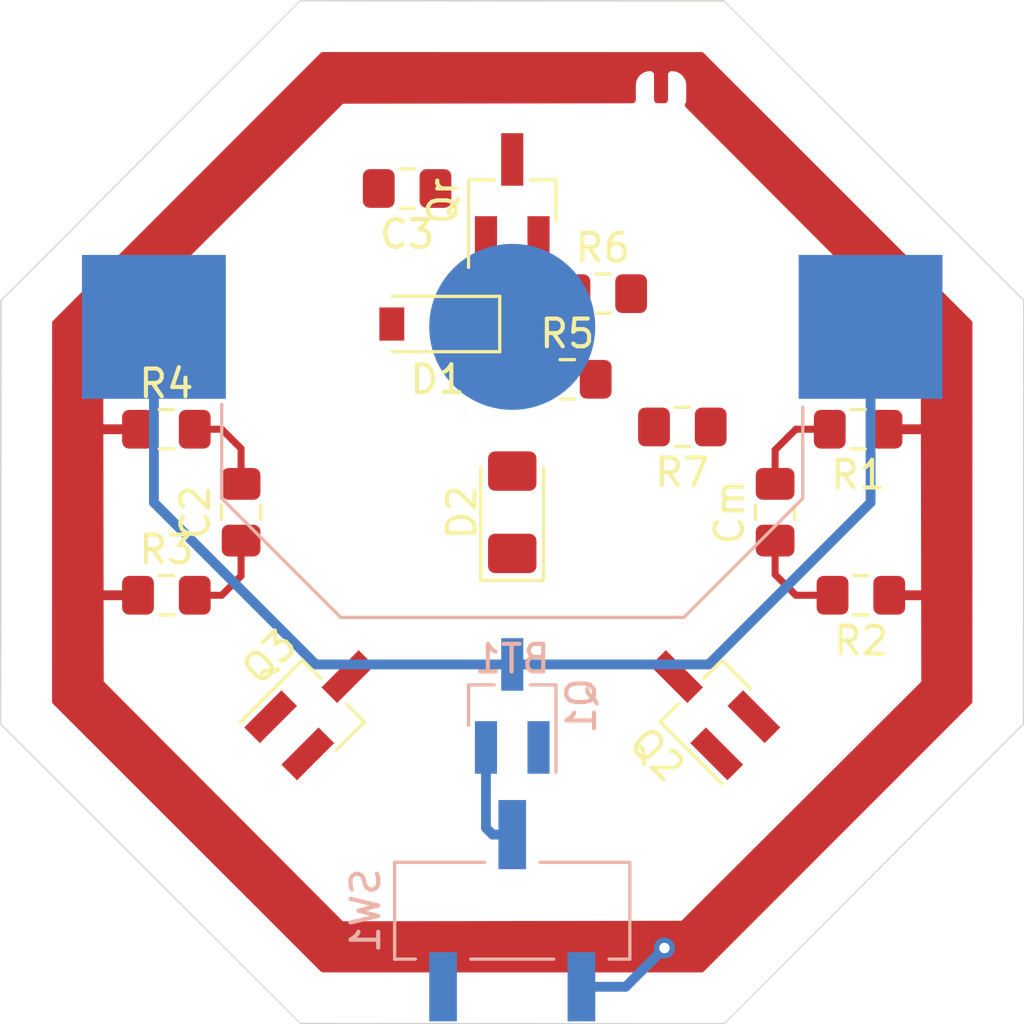
<source format=kicad_pcb>
(kicad_pcb (version 20171130) (host pcbnew "(5.1.4)-1")

  (general
    (thickness 1.6)
    (drawings 8)
    (tracks 32)
    (zones 0)
    (modules 18)
    (nets 14)
  )

  (page A4)
  (layers
    (0 F.Cu signal)
    (31 B.Cu signal hide)
    (32 B.Adhes user)
    (33 F.Adhes user)
    (34 B.Paste user)
    (35 F.Paste user)
    (36 B.SilkS user)
    (37 F.SilkS user)
    (38 B.Mask user)
    (39 F.Mask user)
    (40 Dwgs.User user)
    (41 Cmts.User user)
    (42 Eco1.User user)
    (43 Eco2.User user)
    (44 Edge.Cuts user)
    (45 Margin user)
    (46 B.CrtYd user)
    (47 F.CrtYd user)
    (48 B.Fab user)
    (49 F.Fab user)
  )

  (setup
    (last_trace_width 0.254)
    (trace_clearance 0.254)
    (zone_clearance 0.508)
    (zone_45_only no)
    (trace_min 0.1524)
    (via_size 0.762)
    (via_drill 0.381)
    (via_min_size 0.508)
    (via_min_drill 0.254)
    (uvia_size 0.762)
    (uvia_drill 0.381)
    (uvias_allowed no)
    (uvia_min_size 0.508)
    (uvia_min_drill 0.254)
    (edge_width 0.05)
    (segment_width 0.2)
    (pcb_text_width 0.3)
    (pcb_text_size 1.5 1.5)
    (mod_edge_width 0.12)
    (mod_text_size 1 1)
    (mod_text_width 0.15)
    (pad_size 1.524 1.524)
    (pad_drill 0.762)
    (pad_to_mask_clearance 0.0508)
    (solder_mask_min_width 0.1016)
    (aux_axis_origin 0 0)
    (visible_elements 7FFEFFFF)
    (pcbplotparams
      (layerselection 0x010fc_ffffffff)
      (usegerberextensions false)
      (usegerberattributes false)
      (usegerberadvancedattributes false)
      (creategerberjobfile false)
      (excludeedgelayer true)
      (linewidth 0.100000)
      (plotframeref false)
      (viasonmask false)
      (mode 1)
      (useauxorigin false)
      (hpglpennumber 1)
      (hpglpenspeed 20)
      (hpglpendiameter 15.000000)
      (psnegative false)
      (psa4output false)
      (plotreference true)
      (plotvalue true)
      (plotinvisibletext false)
      (padsonsilk false)
      (subtractmaskfromsilk false)
      (outputformat 1)
      (mirror false)
      (drillshape 1)
      (scaleselection 1)
      (outputdirectory ""))
  )

  (net 0 "")
  (net 1 GND)
  (net 2 "Net-(BT1-Pad1)")
  (net 3 "Net-(C1-Pad1)")
  (net 4 "Net-(C1-Pad2)")
  (net 5 "Net-(C2-Pad2)")
  (net 6 "Net-(C2-Pad1)")
  (net 7 "Net-(C3-Pad2)")
  (net 8 "Net-(D1-Pad1)")
  (net 9 "Net-(D2-Pad2)")
  (net 10 "Net-(Q1-Pad2)")
  (net 11 "Net-(Q4-Pad2)")
  (net 12 +3V0)
  (net 13 "Net-(SW1-Pad3)")

  (net_class Default "This is the default net class."
    (clearance 0.254)
    (trace_width 0.254)
    (via_dia 0.762)
    (via_drill 0.381)
    (uvia_dia 0.762)
    (uvia_drill 0.381)
    (add_net "Net-(C1-Pad1)")
    (add_net "Net-(C1-Pad2)")
    (add_net "Net-(C2-Pad1)")
    (add_net "Net-(C2-Pad2)")
    (add_net "Net-(C3-Pad2)")
    (add_net "Net-(D1-Pad1)")
    (add_net "Net-(D2-Pad2)")
    (add_net "Net-(Q4-Pad2)")
  )

  (net_class Power ""
    (clearance 0.3556)
    (trace_width 0.3556)
    (via_dia 0.762)
    (via_drill 0.381)
    (uvia_dia 0.762)
    (uvia_drill 0.381)
    (add_net +3V0)
    (add_net GND)
    (add_net "Net-(BT1-Pad1)")
    (add_net "Net-(Q1-Pad2)")
    (add_net "Net-(SW1-Pad3)")
  )

  (module Capacitor_SMD:C_0805_2012Metric_Pad1.15x1.40mm_HandSolder (layer F.Cu) (tedit 5B36C52B) (tstamp 5D59F6FC)
    (at 90.2 100.000001 90)
    (descr "Capacitor SMD 0805 (2012 Metric), square (rectangular) end terminal, IPC_7351 nominal with elongated pad for handsoldering. (Body size source: https://docs.google.com/spreadsheets/d/1BsfQQcO9C6DZCsRaXUlFlo91Tg2WpOkGARC1WS5S8t0/edit?usp=sharing), generated with kicad-footprint-generator")
    (tags "capacitor handsolder")
    (path /5D659694)
    (attr smd)
    (fp_text reference C2 (at 0 -1.65 90) (layer F.SilkS)
      (effects (font (size 1 1) (thickness 0.15)))
    )
    (fp_text value 10uF (at 0 1.65 90) (layer F.Fab)
      (effects (font (size 1 1) (thickness 0.15)))
    )
    (fp_text user %R (at 0 0 90) (layer F.Fab)
      (effects (font (size 0.5 0.5) (thickness 0.08)))
    )
    (fp_line (start 1.85 0.95) (end -1.85 0.95) (layer F.CrtYd) (width 0.05))
    (fp_line (start 1.85 -0.95) (end 1.85 0.95) (layer F.CrtYd) (width 0.05))
    (fp_line (start -1.85 -0.95) (end 1.85 -0.95) (layer F.CrtYd) (width 0.05))
    (fp_line (start -1.85 0.95) (end -1.85 -0.95) (layer F.CrtYd) (width 0.05))
    (fp_line (start -0.261252 0.71) (end 0.261252 0.71) (layer F.SilkS) (width 0.12))
    (fp_line (start -0.261252 -0.71) (end 0.261252 -0.71) (layer F.SilkS) (width 0.12))
    (fp_line (start 1 0.6) (end -1 0.6) (layer F.Fab) (width 0.1))
    (fp_line (start 1 -0.6) (end 1 0.6) (layer F.Fab) (width 0.1))
    (fp_line (start -1 -0.6) (end 1 -0.6) (layer F.Fab) (width 0.1))
    (fp_line (start -1 0.6) (end -1 -0.6) (layer F.Fab) (width 0.1))
    (pad 2 smd roundrect (at 1.025 0 90) (size 1.15 1.4) (layers F.Cu F.Paste F.Mask) (roundrect_rratio 0.217391)
      (net 5 "Net-(C2-Pad2)"))
    (pad 1 smd roundrect (at -1.025 0 90) (size 1.15 1.4) (layers F.Cu F.Paste F.Mask) (roundrect_rratio 0.217391)
      (net 6 "Net-(C2-Pad1)"))
    (model ${KISYS3DMOD}/Capacitor_SMD.3dshapes/C_0805_2012Metric.wrl
      (at (xyz 0 0 0))
      (scale (xyz 1 1 1))
      (rotate (xyz 0 0 0))
    )
  )

  (module breathingLED:CoincellHolder (layer B.Cu) (tedit 5D59B255) (tstamp 5D59DD2F)
    (at 100 93.3)
    (path /5D64DB58)
    (autoplace_cost180 1)
    (attr virtual)
    (fp_text reference BT1 (at 0 12) (layer B.SilkS)
      (effects (font (size 1 1) (thickness 0.15)) (justify mirror))
    )
    (fp_text value Battery_Cell (at 0 -11.5) (layer B.Fab)
      (effects (font (size 1 1) (thickness 0.15)) (justify mirror))
    )
    (fp_circle (center 0 0) (end 10 0) (layer B.Fab) (width 0.12))
    (fp_line (start -6.2 10.45) (end 6.2 10.45) (layer B.Fab) (width 0.12))
    (fp_line (start 6.2 10.45) (end 10.45 6.2) (layer B.Fab) (width 0.12))
    (fp_line (start 10.45 6.2) (end 10.45 -8.4) (layer B.Fab) (width 0.12))
    (fp_line (start 10.4 -8.4) (end -10.4 -8.4) (layer B.Fab) (width 0.12))
    (fp_line (start -10.45 -8.4) (end -10.45 6.2) (layer B.Fab) (width 0.12))
    (fp_line (start -10.45 6.2) (end -6.2 10.45) (layer B.Fab) (width 0.12))
    (fp_line (start -10.5 2.8) (end -10.5 6.2) (layer B.SilkS) (width 0.12))
    (fp_line (start -10.5 6.2) (end -6.2 10.5) (layer B.SilkS) (width 0.12))
    (fp_line (start -6.2 10.5) (end 6.2 10.5) (layer B.SilkS) (width 0.12))
    (fp_line (start 6.2 10.5) (end 10.5 6.2) (layer B.SilkS) (width 0.12))
    (fp_line (start 10.5 6.2) (end 10.5 2.9) (layer B.SilkS) (width 0.12))
    (pad 2 smd circle (at 0 0) (size 6 6) (layers B.Cu B.Paste B.Mask)
      (net 1 GND))
    (pad 1 smd rect (at -12.95 0) (size 5.2 5.2) (layers B.Cu B.Paste B.Mask)
      (net 2 "Net-(BT1-Pad1)"))
    (pad 1 smd rect (at 12.95 0) (size 5.2 5.2) (layers B.Cu B.Paste B.Mask)
      (net 2 "Net-(BT1-Pad1)"))
  )

  (module Capacitor_SMD:C_0805_2012Metric_Pad1.15x1.40mm_HandSolder (layer F.Cu) (tedit 5B36C52B) (tstamp 5D59F762)
    (at 109.5 100 90)
    (descr "Capacitor SMD 0805 (2012 Metric), square (rectangular) end terminal, IPC_7351 nominal with elongated pad for handsoldering. (Body size source: https://docs.google.com/spreadsheets/d/1BsfQQcO9C6DZCsRaXUlFlo91Tg2WpOkGARC1WS5S8t0/edit?usp=sharing), generated with kicad-footprint-generator")
    (tags "capacitor handsolder")
    (path /5D658D75)
    (attr smd)
    (fp_text reference Cm (at 0 -1.65 90) (layer F.SilkS)
      (effects (font (size 1 1) (thickness 0.15)))
    )
    (fp_text value 10uF (at 0 1.65 90) (layer F.Fab)
      (effects (font (size 1 1) (thickness 0.15)))
    )
    (fp_line (start -1 0.6) (end -1 -0.6) (layer F.Fab) (width 0.1))
    (fp_line (start -1 -0.6) (end 1 -0.6) (layer F.Fab) (width 0.1))
    (fp_line (start 1 -0.6) (end 1 0.6) (layer F.Fab) (width 0.1))
    (fp_line (start 1 0.6) (end -1 0.6) (layer F.Fab) (width 0.1))
    (fp_line (start -0.261252 -0.71) (end 0.261252 -0.71) (layer F.SilkS) (width 0.12))
    (fp_line (start -0.261252 0.71) (end 0.261252 0.71) (layer F.SilkS) (width 0.12))
    (fp_line (start -1.85 0.95) (end -1.85 -0.95) (layer F.CrtYd) (width 0.05))
    (fp_line (start -1.85 -0.95) (end 1.85 -0.95) (layer F.CrtYd) (width 0.05))
    (fp_line (start 1.85 -0.95) (end 1.85 0.95) (layer F.CrtYd) (width 0.05))
    (fp_line (start 1.85 0.95) (end -1.85 0.95) (layer F.CrtYd) (width 0.05))
    (fp_text user %R (at 0 0 90) (layer F.Fab)
      (effects (font (size 0.5 0.5) (thickness 0.08)))
    )
    (pad 1 smd roundrect (at -1.025 0 90) (size 1.15 1.4) (layers F.Cu F.Paste F.Mask) (roundrect_rratio 0.217391)
      (net 3 "Net-(C1-Pad1)"))
    (pad 2 smd roundrect (at 1.025 0 90) (size 1.15 1.4) (layers F.Cu F.Paste F.Mask) (roundrect_rratio 0.217391)
      (net 4 "Net-(C1-Pad2)"))
    (model ${KISYS3DMOD}/Capacitor_SMD.3dshapes/C_0805_2012Metric.wrl
      (at (xyz 0 0 0))
      (scale (xyz 1 1 1))
      (rotate (xyz 0 0 0))
    )
  )

  (module Capacitor_SMD:C_0805_2012Metric_Pad1.15x1.40mm_HandSolder (layer F.Cu) (tedit 5B36C52B) (tstamp 5D59F792)
    (at 96.2 88.3 180)
    (descr "Capacitor SMD 0805 (2012 Metric), square (rectangular) end terminal, IPC_7351 nominal with elongated pad for handsoldering. (Body size source: https://docs.google.com/spreadsheets/d/1BsfQQcO9C6DZCsRaXUlFlo91Tg2WpOkGARC1WS5S8t0/edit?usp=sharing), generated with kicad-footprint-generator")
    (tags "capacitor handsolder")
    (path /5D65DDCE)
    (attr smd)
    (fp_text reference C3 (at 0 -1.65) (layer F.SilkS)
      (effects (font (size 1 1) (thickness 0.15)))
    )
    (fp_text value 10uF (at 0 1.65) (layer F.Fab)
      (effects (font (size 1 1) (thickness 0.15)))
    )
    (fp_line (start -1 0.6) (end -1 -0.6) (layer F.Fab) (width 0.1))
    (fp_line (start -1 -0.6) (end 1 -0.6) (layer F.Fab) (width 0.1))
    (fp_line (start 1 -0.6) (end 1 0.6) (layer F.Fab) (width 0.1))
    (fp_line (start 1 0.6) (end -1 0.6) (layer F.Fab) (width 0.1))
    (fp_line (start -0.261252 -0.71) (end 0.261252 -0.71) (layer F.SilkS) (width 0.12))
    (fp_line (start -0.261252 0.71) (end 0.261252 0.71) (layer F.SilkS) (width 0.12))
    (fp_line (start -1.85 0.95) (end -1.85 -0.95) (layer F.CrtYd) (width 0.05))
    (fp_line (start -1.85 -0.95) (end 1.85 -0.95) (layer F.CrtYd) (width 0.05))
    (fp_line (start 1.85 -0.95) (end 1.85 0.95) (layer F.CrtYd) (width 0.05))
    (fp_line (start 1.85 0.95) (end -1.85 0.95) (layer F.CrtYd) (width 0.05))
    (fp_text user %R (at 0 0) (layer F.Fab)
      (effects (font (size 0.5 0.5) (thickness 0.08)))
    )
    (pad 1 smd roundrect (at -1.025 0 180) (size 1.15 1.4) (layers F.Cu F.Paste F.Mask) (roundrect_rratio 0.217391)
      (net 1 GND))
    (pad 2 smd roundrect (at 1.025 0 180) (size 1.15 1.4) (layers F.Cu F.Paste F.Mask) (roundrect_rratio 0.217391)
      (net 7 "Net-(C3-Pad2)"))
    (model ${KISYS3DMOD}/Capacitor_SMD.3dshapes/C_0805_2012Metric.wrl
      (at (xyz 0 0 0))
      (scale (xyz 1 1 1))
      (rotate (xyz 0 0 0))
    )
  )

  (module Diode_SMD:D_SOD-123 (layer F.Cu) (tedit 58645DC7) (tstamp 5D59F6BC)
    (at 97.297302 93.197947 180)
    (descr SOD-123)
    (tags SOD-123)
    (path /5D66455D)
    (attr smd)
    (fp_text reference D1 (at 0 -2) (layer F.SilkS)
      (effects (font (size 1 1) (thickness 0.15)))
    )
    (fp_text value 1N4148 (at 0 2.1) (layer F.Fab)
      (effects (font (size 1 1) (thickness 0.15)))
    )
    (fp_text user %R (at 0 -2) (layer F.Fab)
      (effects (font (size 1 1) (thickness 0.15)))
    )
    (fp_line (start -2.25 -1) (end -2.25 1) (layer F.SilkS) (width 0.12))
    (fp_line (start 0.25 0) (end 0.75 0) (layer F.Fab) (width 0.1))
    (fp_line (start 0.25 0.4) (end -0.35 0) (layer F.Fab) (width 0.1))
    (fp_line (start 0.25 -0.4) (end 0.25 0.4) (layer F.Fab) (width 0.1))
    (fp_line (start -0.35 0) (end 0.25 -0.4) (layer F.Fab) (width 0.1))
    (fp_line (start -0.35 0) (end -0.35 0.55) (layer F.Fab) (width 0.1))
    (fp_line (start -0.35 0) (end -0.35 -0.55) (layer F.Fab) (width 0.1))
    (fp_line (start -0.75 0) (end -0.35 0) (layer F.Fab) (width 0.1))
    (fp_line (start -1.4 0.9) (end -1.4 -0.9) (layer F.Fab) (width 0.1))
    (fp_line (start 1.4 0.9) (end -1.4 0.9) (layer F.Fab) (width 0.1))
    (fp_line (start 1.4 -0.9) (end 1.4 0.9) (layer F.Fab) (width 0.1))
    (fp_line (start -1.4 -0.9) (end 1.4 -0.9) (layer F.Fab) (width 0.1))
    (fp_line (start -2.35 -1.15) (end 2.35 -1.15) (layer F.CrtYd) (width 0.05))
    (fp_line (start 2.35 -1.15) (end 2.35 1.15) (layer F.CrtYd) (width 0.05))
    (fp_line (start 2.35 1.15) (end -2.35 1.15) (layer F.CrtYd) (width 0.05))
    (fp_line (start -2.35 -1.15) (end -2.35 1.15) (layer F.CrtYd) (width 0.05))
    (fp_line (start -2.25 1) (end 1.65 1) (layer F.SilkS) (width 0.12))
    (fp_line (start -2.25 -1) (end 1.65 -1) (layer F.SilkS) (width 0.12))
    (pad 1 smd rect (at -1.65 0 180) (size 0.9 1.2) (layers F.Cu F.Paste F.Mask)
      (net 8 "Net-(D1-Pad1)"))
    (pad 2 smd rect (at 1.65 0 180) (size 0.9 1.2) (layers F.Cu F.Paste F.Mask)
      (net 5 "Net-(C2-Pad2)"))
    (model ${KISYS3DMOD}/Diode_SMD.3dshapes/D_SOD-123.wrl
      (at (xyz 0 0 0))
      (scale (xyz 1 1 1))
      (rotate (xyz 0 0 0))
    )
  )

  (module LED_SMD:LED_1206_3216Metric_Pad1.42x1.75mm_HandSolder (layer F.Cu) (tedit 5B4B45C9) (tstamp 5D59F72E)
    (at 100 100 90)
    (descr "LED SMD 1206 (3216 Metric), square (rectangular) end terminal, IPC_7351 nominal, (Body size source: http://www.tortai-tech.com/upload/download/2011102023233369053.pdf), generated with kicad-footprint-generator")
    (tags "LED handsolder")
    (path /5D66BF44)
    (attr smd)
    (fp_text reference D2 (at 0 -1.82 90) (layer F.SilkS)
      (effects (font (size 1 1) (thickness 0.15)))
    )
    (fp_text value GREEN (at 0 1.82 90) (layer F.Fab)
      (effects (font (size 1 1) (thickness 0.15)))
    )
    (fp_line (start 1.6 -0.8) (end -1.2 -0.8) (layer F.Fab) (width 0.1))
    (fp_line (start -1.2 -0.8) (end -1.6 -0.4) (layer F.Fab) (width 0.1))
    (fp_line (start -1.6 -0.4) (end -1.6 0.8) (layer F.Fab) (width 0.1))
    (fp_line (start -1.6 0.8) (end 1.6 0.8) (layer F.Fab) (width 0.1))
    (fp_line (start 1.6 0.8) (end 1.6 -0.8) (layer F.Fab) (width 0.1))
    (fp_line (start 1.6 -1.135) (end -2.46 -1.135) (layer F.SilkS) (width 0.12))
    (fp_line (start -2.46 -1.135) (end -2.46 1.135) (layer F.SilkS) (width 0.12))
    (fp_line (start -2.46 1.135) (end 1.6 1.135) (layer F.SilkS) (width 0.12))
    (fp_line (start -2.45 1.12) (end -2.45 -1.12) (layer F.CrtYd) (width 0.05))
    (fp_line (start -2.45 -1.12) (end 2.45 -1.12) (layer F.CrtYd) (width 0.05))
    (fp_line (start 2.45 -1.12) (end 2.45 1.12) (layer F.CrtYd) (width 0.05))
    (fp_line (start 2.45 1.12) (end -2.45 1.12) (layer F.CrtYd) (width 0.05))
    (fp_text user %R (at 0 0 90) (layer F.Fab)
      (effects (font (size 0.8 0.8) (thickness 0.12)))
    )
    (pad 1 smd roundrect (at -1.4875 0 90) (size 1.425 1.75) (layers F.Cu F.Paste F.Mask) (roundrect_rratio 0.175439)
      (net 1 GND))
    (pad 2 smd roundrect (at 1.4875 0 90) (size 1.425 1.75) (layers F.Cu F.Paste F.Mask) (roundrect_rratio 0.175439)
      (net 9 "Net-(D2-Pad2)"))
    (model ${KISYS3DMOD}/LED_SMD.3dshapes/LED_1206_3216Metric.wrl
      (at (xyz 0 0 0))
      (scale (xyz 1 1 1))
      (rotate (xyz 0 0 0))
    )
  )

  (module Package_TO_SOT_SMD:SOT-23_Handsoldering (layer B.Cu) (tedit 5A0AB76C) (tstamp 5D59DDA3)
    (at 100 107 90)
    (descr "SOT-23, Handsoldering")
    (tags SOT-23)
    (path /5D59C60A)
    (attr smd)
    (fp_text reference Q1 (at 0 2.5 270) (layer B.SilkS)
      (effects (font (size 1 1) (thickness 0.15)) (justify mirror))
    )
    (fp_text value Q_PMOS_GSD (at 0 -2.5 270) (layer B.Fab)
      (effects (font (size 1 1) (thickness 0.15)) (justify mirror))
    )
    (fp_line (start 0.76 -1.58) (end -0.7 -1.58) (layer B.SilkS) (width 0.12))
    (fp_line (start -0.7 -1.52) (end 0.7 -1.52) (layer B.Fab) (width 0.1))
    (fp_line (start 0.7 1.52) (end 0.7 -1.52) (layer B.Fab) (width 0.1))
    (fp_line (start -0.7 0.95) (end -0.15 1.52) (layer B.Fab) (width 0.1))
    (fp_line (start -0.15 1.52) (end 0.7 1.52) (layer B.Fab) (width 0.1))
    (fp_line (start -0.7 0.95) (end -0.7 -1.5) (layer B.Fab) (width 0.1))
    (fp_line (start 0.76 1.58) (end -2.4 1.58) (layer B.SilkS) (width 0.12))
    (fp_line (start -2.7 -1.75) (end -2.7 1.75) (layer B.CrtYd) (width 0.05))
    (fp_line (start 2.7 -1.75) (end -2.7 -1.75) (layer B.CrtYd) (width 0.05))
    (fp_line (start 2.7 1.75) (end 2.7 -1.75) (layer B.CrtYd) (width 0.05))
    (fp_line (start -2.7 1.75) (end 2.7 1.75) (layer B.CrtYd) (width 0.05))
    (fp_line (start 0.76 1.58) (end 0.76 0.65) (layer B.SilkS) (width 0.12))
    (fp_line (start 0.76 -1.58) (end 0.76 -0.65) (layer B.SilkS) (width 0.12))
    (fp_text user %R (at 0 0) (layer B.Fab)
      (effects (font (size 0.5 0.5) (thickness 0.075)) (justify mirror))
    )
    (pad 3 smd rect (at 1.5 0 90) (size 1.9 0.8) (layers B.Cu B.Paste B.Mask)
      (net 2 "Net-(BT1-Pad1)"))
    (pad 2 smd rect (at -1.5 -0.95 90) (size 1.9 0.8) (layers B.Cu B.Paste B.Mask)
      (net 10 "Net-(Q1-Pad2)"))
    (pad 1 smd rect (at -1.5 0.95 90) (size 1.9 0.8) (layers B.Cu B.Paste B.Mask)
      (net 1 GND))
    (model ${KISYS3DMOD}/Package_TO_SOT_SMD.3dshapes/SOT-23.wrl
      (at (xyz 0 0 0))
      (scale (xyz 1 1 1))
      (rotate (xyz 0 0 0))
    )
  )

  (module Package_TO_SOT_SMD:SOT-23_Handsoldering (layer F.Cu) (tedit 5A0AB76C) (tstamp 5D59F5D4)
    (at 107 107 135)
    (descr "SOT-23, Handsoldering")
    (tags SOT-23)
    (path /5D5B1361)
    (attr smd)
    (fp_text reference Q2 (at 0 -2.5 135) (layer F.SilkS)
      (effects (font (size 1 1) (thickness 0.15)))
    )
    (fp_text value BC847BLT1G (at 0 2.5 135) (layer F.Fab)
      (effects (font (size 1 1) (thickness 0.15)))
    )
    (fp_text user %R (at 0 0 45) (layer F.Fab)
      (effects (font (size 0.5 0.5) (thickness 0.075)))
    )
    (fp_line (start 0.76 1.58) (end 0.76 0.65) (layer F.SilkS) (width 0.12))
    (fp_line (start 0.76 -1.58) (end 0.76 -0.65) (layer F.SilkS) (width 0.12))
    (fp_line (start -2.7 -1.75) (end 2.7 -1.75) (layer F.CrtYd) (width 0.05))
    (fp_line (start 2.7 -1.75) (end 2.7 1.75) (layer F.CrtYd) (width 0.05))
    (fp_line (start 2.7 1.75) (end -2.7 1.75) (layer F.CrtYd) (width 0.05))
    (fp_line (start -2.7 1.75) (end -2.7 -1.75) (layer F.CrtYd) (width 0.05))
    (fp_line (start 0.76 -1.58) (end -2.4 -1.58) (layer F.SilkS) (width 0.12))
    (fp_line (start -0.7 -0.95) (end -0.7 1.5) (layer F.Fab) (width 0.1))
    (fp_line (start -0.15 -1.52) (end 0.7 -1.52) (layer F.Fab) (width 0.1))
    (fp_line (start -0.7 -0.95) (end -0.15 -1.52) (layer F.Fab) (width 0.1))
    (fp_line (start 0.7 -1.52) (end 0.7 1.52) (layer F.Fab) (width 0.1))
    (fp_line (start -0.7 1.52) (end 0.7 1.52) (layer F.Fab) (width 0.1))
    (fp_line (start 0.76 1.58) (end -0.7 1.58) (layer F.SilkS) (width 0.12))
    (pad 1 smd rect (at -1.5 -0.95 135) (size 1.9 0.8) (layers F.Cu F.Paste F.Mask)
      (net 6 "Net-(C2-Pad1)"))
    (pad 2 smd rect (at -1.5 0.95 135) (size 1.9 0.8) (layers F.Cu F.Paste F.Mask)
      (net 1 GND))
    (pad 3 smd rect (at 1.5 0 135) (size 1.9 0.8) (layers F.Cu F.Paste F.Mask)
      (net 4 "Net-(C1-Pad2)"))
    (model ${KISYS3DMOD}/Package_TO_SOT_SMD.3dshapes/SOT-23.wrl
      (at (xyz 0 0 0))
      (scale (xyz 1 1 1))
      (rotate (xyz 0 0 0))
    )
  )

  (module Package_TO_SOT_SMD:SOT-23_Handsoldering (layer F.Cu) (tedit 5A0AB76C) (tstamp 5D59F67C)
    (at 93 107 45)
    (descr "SOT-23, Handsoldering")
    (tags SOT-23)
    (path /5D5B3A87)
    (attr smd)
    (fp_text reference Q3 (at 0 -2.5 45) (layer F.SilkS)
      (effects (font (size 1 1) (thickness 0.15)))
    )
    (fp_text value BC847BLT1G (at 0 2.5 45) (layer F.Fab)
      (effects (font (size 1 1) (thickness 0.15)))
    )
    (fp_line (start 0.76 1.58) (end -0.7 1.58) (layer F.SilkS) (width 0.12))
    (fp_line (start -0.7 1.52) (end 0.7 1.52) (layer F.Fab) (width 0.1))
    (fp_line (start 0.7 -1.52) (end 0.7 1.52) (layer F.Fab) (width 0.1))
    (fp_line (start -0.7 -0.95) (end -0.15 -1.52) (layer F.Fab) (width 0.1))
    (fp_line (start -0.15 -1.52) (end 0.7 -1.52) (layer F.Fab) (width 0.1))
    (fp_line (start -0.7 -0.95) (end -0.7 1.5) (layer F.Fab) (width 0.1))
    (fp_line (start 0.76 -1.58) (end -2.4 -1.58) (layer F.SilkS) (width 0.12))
    (fp_line (start -2.7 1.75) (end -2.7 -1.75) (layer F.CrtYd) (width 0.05))
    (fp_line (start 2.7 1.75) (end -2.7 1.75) (layer F.CrtYd) (width 0.05))
    (fp_line (start 2.7 -1.75) (end 2.7 1.75) (layer F.CrtYd) (width 0.05))
    (fp_line (start -2.7 -1.75) (end 2.7 -1.75) (layer F.CrtYd) (width 0.05))
    (fp_line (start 0.76 -1.58) (end 0.76 -0.65) (layer F.SilkS) (width 0.12))
    (fp_line (start 0.76 1.58) (end 0.76 0.65) (layer F.SilkS) (width 0.12))
    (fp_text user %R (at 0 0 135) (layer F.Fab)
      (effects (font (size 0.5 0.5) (thickness 0.075)))
    )
    (pad 3 smd rect (at 1.5 0 45) (size 1.9 0.8) (layers F.Cu F.Paste F.Mask)
      (net 5 "Net-(C2-Pad2)"))
    (pad 2 smd rect (at -1.5 0.95 45) (size 1.9 0.8) (layers F.Cu F.Paste F.Mask)
      (net 1 GND))
    (pad 1 smd rect (at -1.5 -0.95 45) (size 1.9 0.8) (layers F.Cu F.Paste F.Mask)
      (net 3 "Net-(C1-Pad1)"))
    (model ${KISYS3DMOD}/Package_TO_SOT_SMD.3dshapes/SOT-23.wrl
      (at (xyz 0 0 0))
      (scale (xyz 1 1 1))
      (rotate (xyz 0 0 0))
    )
  )

  (module Package_TO_SOT_SMD:SOT-23_Handsoldering (layer F.Cu) (tedit 5A0AB76C) (tstamp 5D59F640)
    (at 100 88.75 90)
    (descr "SOT-23, Handsoldering")
    (tags SOT-23)
    (path /5D5B4F5A)
    (attr smd)
    (fp_text reference Qr (at 0 -2.5 90) (layer F.SilkS)
      (effects (font (size 1 1) (thickness 0.15)))
    )
    (fp_text value BC847BLT1G (at 0 2.5 90) (layer F.Fab)
      (effects (font (size 1 1) (thickness 0.15)))
    )
    (fp_text user %R (at 0 0) (layer F.Fab)
      (effects (font (size 0.5 0.5) (thickness 0.075)))
    )
    (fp_line (start 0.76 1.58) (end 0.76 0.65) (layer F.SilkS) (width 0.12))
    (fp_line (start 0.76 -1.58) (end 0.76 -0.65) (layer F.SilkS) (width 0.12))
    (fp_line (start -2.7 -1.75) (end 2.7 -1.75) (layer F.CrtYd) (width 0.05))
    (fp_line (start 2.7 -1.75) (end 2.7 1.75) (layer F.CrtYd) (width 0.05))
    (fp_line (start 2.7 1.75) (end -2.7 1.75) (layer F.CrtYd) (width 0.05))
    (fp_line (start -2.7 1.75) (end -2.7 -1.75) (layer F.CrtYd) (width 0.05))
    (fp_line (start 0.76 -1.58) (end -2.4 -1.58) (layer F.SilkS) (width 0.12))
    (fp_line (start -0.7 -0.95) (end -0.7 1.5) (layer F.Fab) (width 0.1))
    (fp_line (start -0.15 -1.52) (end 0.7 -1.52) (layer F.Fab) (width 0.1))
    (fp_line (start -0.7 -0.95) (end -0.15 -1.52) (layer F.Fab) (width 0.1))
    (fp_line (start 0.7 -1.52) (end 0.7 1.52) (layer F.Fab) (width 0.1))
    (fp_line (start -0.7 1.52) (end 0.7 1.52) (layer F.Fab) (width 0.1))
    (fp_line (start 0.76 1.58) (end -0.7 1.58) (layer F.SilkS) (width 0.12))
    (pad 1 smd rect (at -1.5 -0.95 90) (size 1.9 0.8) (layers F.Cu F.Paste F.Mask)
      (net 7 "Net-(C3-Pad2)"))
    (pad 2 smd rect (at -1.5 0.95 90) (size 1.9 0.8) (layers F.Cu F.Paste F.Mask)
      (net 11 "Net-(Q4-Pad2)"))
    (pad 3 smd rect (at 1.5 0 90) (size 1.9 0.8) (layers F.Cu F.Paste F.Mask)
      (net 12 +3V0))
    (model ${KISYS3DMOD}/Package_TO_SOT_SMD.3dshapes/SOT-23.wrl
      (at (xyz 0 0 0))
      (scale (xyz 1 1 1))
      (rotate (xyz 0 0 0))
    )
  )

  (module Resistor_SMD:R_0805_2012Metric_Pad1.15x1.40mm_HandSolder (layer F.Cu) (tedit 5B36C52B) (tstamp 5D59F60C)
    (at 112.5 97 180)
    (descr "Resistor SMD 0805 (2012 Metric), square (rectangular) end terminal, IPC_7351 nominal with elongated pad for handsoldering. (Body size source: https://docs.google.com/spreadsheets/d/1BsfQQcO9C6DZCsRaXUlFlo91Tg2WpOkGARC1WS5S8t0/edit?usp=sharing), generated with kicad-footprint-generator")
    (tags "resistor handsolder")
    (path /5D65173C)
    (attr smd)
    (fp_text reference R1 (at 0 -1.65) (layer F.SilkS)
      (effects (font (size 1 1) (thickness 0.15)))
    )
    (fp_text value 47k (at 0 1.65) (layer F.Fab)
      (effects (font (size 1 1) (thickness 0.15)))
    )
    (fp_line (start -1 0.6) (end -1 -0.6) (layer F.Fab) (width 0.1))
    (fp_line (start -1 -0.6) (end 1 -0.6) (layer F.Fab) (width 0.1))
    (fp_line (start 1 -0.6) (end 1 0.6) (layer F.Fab) (width 0.1))
    (fp_line (start 1 0.6) (end -1 0.6) (layer F.Fab) (width 0.1))
    (fp_line (start -0.261252 -0.71) (end 0.261252 -0.71) (layer F.SilkS) (width 0.12))
    (fp_line (start -0.261252 0.71) (end 0.261252 0.71) (layer F.SilkS) (width 0.12))
    (fp_line (start -1.85 0.95) (end -1.85 -0.95) (layer F.CrtYd) (width 0.05))
    (fp_line (start -1.85 -0.95) (end 1.85 -0.95) (layer F.CrtYd) (width 0.05))
    (fp_line (start 1.85 -0.95) (end 1.85 0.95) (layer F.CrtYd) (width 0.05))
    (fp_line (start 1.85 0.95) (end -1.85 0.95) (layer F.CrtYd) (width 0.05))
    (fp_text user %R (at 0 0) (layer F.Fab)
      (effects (font (size 0.5 0.5) (thickness 0.08)))
    )
    (pad 1 smd roundrect (at -1.025 0 180) (size 1.15 1.4) (layers F.Cu F.Paste F.Mask) (roundrect_rratio 0.217391)
      (net 12 +3V0))
    (pad 2 smd roundrect (at 1.025 0 180) (size 1.15 1.4) (layers F.Cu F.Paste F.Mask) (roundrect_rratio 0.217391)
      (net 4 "Net-(C1-Pad2)"))
    (model ${KISYS3DMOD}/Resistor_SMD.3dshapes/R_0805_2012Metric.wrl
      (at (xyz 0 0 0))
      (scale (xyz 1 1 1))
      (rotate (xyz 0 0 0))
    )
  )

  (module Resistor_SMD:R_0805_2012Metric_Pad1.15x1.40mm_HandSolder (layer F.Cu) (tedit 5B36C52B) (tstamp 5D59F7C2)
    (at 112.6 103 180)
    (descr "Resistor SMD 0805 (2012 Metric), square (rectangular) end terminal, IPC_7351 nominal with elongated pad for handsoldering. (Body size source: https://docs.google.com/spreadsheets/d/1BsfQQcO9C6DZCsRaXUlFlo91Tg2WpOkGARC1WS5S8t0/edit?usp=sharing), generated with kicad-footprint-generator")
    (tags "resistor handsolder")
    (path /5D65249A)
    (attr smd)
    (fp_text reference R2 (at 0 -1.65) (layer F.SilkS)
      (effects (font (size 1 1) (thickness 0.15)))
    )
    (fp_text value 470k (at 0 1.65) (layer F.Fab)
      (effects (font (size 1 1) (thickness 0.15)))
    )
    (fp_text user %R (at 0 0) (layer F.Fab)
      (effects (font (size 0.5 0.5) (thickness 0.08)))
    )
    (fp_line (start 1.85 0.95) (end -1.85 0.95) (layer F.CrtYd) (width 0.05))
    (fp_line (start 1.85 -0.95) (end 1.85 0.95) (layer F.CrtYd) (width 0.05))
    (fp_line (start -1.85 -0.95) (end 1.85 -0.95) (layer F.CrtYd) (width 0.05))
    (fp_line (start -1.85 0.95) (end -1.85 -0.95) (layer F.CrtYd) (width 0.05))
    (fp_line (start -0.261252 0.71) (end 0.261252 0.71) (layer F.SilkS) (width 0.12))
    (fp_line (start -0.261252 -0.71) (end 0.261252 -0.71) (layer F.SilkS) (width 0.12))
    (fp_line (start 1 0.6) (end -1 0.6) (layer F.Fab) (width 0.1))
    (fp_line (start 1 -0.6) (end 1 0.6) (layer F.Fab) (width 0.1))
    (fp_line (start -1 -0.6) (end 1 -0.6) (layer F.Fab) (width 0.1))
    (fp_line (start -1 0.6) (end -1 -0.6) (layer F.Fab) (width 0.1))
    (pad 2 smd roundrect (at 1.025 0 180) (size 1.15 1.4) (layers F.Cu F.Paste F.Mask) (roundrect_rratio 0.217391)
      (net 3 "Net-(C1-Pad1)"))
    (pad 1 smd roundrect (at -1.025 0 180) (size 1.15 1.4) (layers F.Cu F.Paste F.Mask) (roundrect_rratio 0.217391)
      (net 12 +3V0))
    (model ${KISYS3DMOD}/Resistor_SMD.3dshapes/R_0805_2012Metric.wrl
      (at (xyz 0 0 0))
      (scale (xyz 1 1 1))
      (rotate (xyz 0 0 0))
    )
  )

  (module Resistor_SMD:R_0805_2012Metric_Pad1.15x1.40mm_HandSolder (layer F.Cu) (tedit 5B36C52B) (tstamp 5D5A1C55)
    (at 87.500001 103.000001)
    (descr "Resistor SMD 0805 (2012 Metric), square (rectangular) end terminal, IPC_7351 nominal with elongated pad for handsoldering. (Body size source: https://docs.google.com/spreadsheets/d/1BsfQQcO9C6DZCsRaXUlFlo91Tg2WpOkGARC1WS5S8t0/edit?usp=sharing), generated with kicad-footprint-generator")
    (tags "resistor handsolder")
    (path /5D652825)
    (attr smd)
    (fp_text reference R3 (at 0 -1.65) (layer F.SilkS)
      (effects (font (size 1 1) (thickness 0.15)))
    )
    (fp_text value 470k (at 0 1.65) (layer F.Fab)
      (effects (font (size 1 1) (thickness 0.15)))
    )
    (fp_line (start -1 0.6) (end -1 -0.6) (layer F.Fab) (width 0.1))
    (fp_line (start -1 -0.6) (end 1 -0.6) (layer F.Fab) (width 0.1))
    (fp_line (start 1 -0.6) (end 1 0.6) (layer F.Fab) (width 0.1))
    (fp_line (start 1 0.6) (end -1 0.6) (layer F.Fab) (width 0.1))
    (fp_line (start -0.261252 -0.71) (end 0.261252 -0.71) (layer F.SilkS) (width 0.12))
    (fp_line (start -0.261252 0.71) (end 0.261252 0.71) (layer F.SilkS) (width 0.12))
    (fp_line (start -1.85 0.95) (end -1.85 -0.95) (layer F.CrtYd) (width 0.05))
    (fp_line (start -1.85 -0.95) (end 1.85 -0.95) (layer F.CrtYd) (width 0.05))
    (fp_line (start 1.85 -0.95) (end 1.85 0.95) (layer F.CrtYd) (width 0.05))
    (fp_line (start 1.85 0.95) (end -1.85 0.95) (layer F.CrtYd) (width 0.05))
    (fp_text user %R (at 0 0) (layer F.Fab)
      (effects (font (size 0.5 0.5) (thickness 0.08)))
    )
    (pad 1 smd roundrect (at -1.025 0) (size 1.15 1.4) (layers F.Cu F.Paste F.Mask) (roundrect_rratio 0.217391)
      (net 12 +3V0))
    (pad 2 smd roundrect (at 1.025 0) (size 1.15 1.4) (layers F.Cu F.Paste F.Mask) (roundrect_rratio 0.217391)
      (net 6 "Net-(C2-Pad1)"))
    (model ${KISYS3DMOD}/Resistor_SMD.3dshapes/R_0805_2012Metric.wrl
      (at (xyz 0 0 0))
      (scale (xyz 1 1 1))
      (rotate (xyz 0 0 0))
    )
  )

  (module Resistor_SMD:R_0805_2012Metric_Pad1.15x1.40mm_HandSolder (layer F.Cu) (tedit 5B36C52B) (tstamp 5D59F7F2)
    (at 87.500001 96.999999)
    (descr "Resistor SMD 0805 (2012 Metric), square (rectangular) end terminal, IPC_7351 nominal with elongated pad for handsoldering. (Body size source: https://docs.google.com/spreadsheets/d/1BsfQQcO9C6DZCsRaXUlFlo91Tg2WpOkGARC1WS5S8t0/edit?usp=sharing), generated with kicad-footprint-generator")
    (tags "resistor handsolder")
    (path /5D652B3F)
    (attr smd)
    (fp_text reference R4 (at 0 -1.65) (layer F.SilkS)
      (effects (font (size 1 1) (thickness 0.15)))
    )
    (fp_text value 47k (at 0 1.65) (layer F.Fab)
      (effects (font (size 1 1) (thickness 0.15)))
    )
    (fp_text user %R (at 0 0) (layer F.Fab)
      (effects (font (size 0.5 0.5) (thickness 0.08)))
    )
    (fp_line (start 1.85 0.95) (end -1.85 0.95) (layer F.CrtYd) (width 0.05))
    (fp_line (start 1.85 -0.95) (end 1.85 0.95) (layer F.CrtYd) (width 0.05))
    (fp_line (start -1.85 -0.95) (end 1.85 -0.95) (layer F.CrtYd) (width 0.05))
    (fp_line (start -1.85 0.95) (end -1.85 -0.95) (layer F.CrtYd) (width 0.05))
    (fp_line (start -0.261252 0.71) (end 0.261252 0.71) (layer F.SilkS) (width 0.12))
    (fp_line (start -0.261252 -0.71) (end 0.261252 -0.71) (layer F.SilkS) (width 0.12))
    (fp_line (start 1 0.6) (end -1 0.6) (layer F.Fab) (width 0.1))
    (fp_line (start 1 -0.6) (end 1 0.6) (layer F.Fab) (width 0.1))
    (fp_line (start -1 -0.6) (end 1 -0.6) (layer F.Fab) (width 0.1))
    (fp_line (start -1 0.6) (end -1 -0.6) (layer F.Fab) (width 0.1))
    (pad 2 smd roundrect (at 1.025 0) (size 1.15 1.4) (layers F.Cu F.Paste F.Mask) (roundrect_rratio 0.217391)
      (net 5 "Net-(C2-Pad2)"))
    (pad 1 smd roundrect (at -1.025 0) (size 1.15 1.4) (layers F.Cu F.Paste F.Mask) (roundrect_rratio 0.217391)
      (net 12 +3V0))
    (model ${KISYS3DMOD}/Resistor_SMD.3dshapes/R_0805_2012Metric.wrl
      (at (xyz 0 0 0))
      (scale (xyz 1 1 1))
      (rotate (xyz 0 0 0))
    )
  )

  (module Resistor_SMD:R_0805_2012Metric_Pad1.15x1.40mm_HandSolder (layer F.Cu) (tedit 5B36C52B) (tstamp 5D59F552)
    (at 101.989954 95.195824)
    (descr "Resistor SMD 0805 (2012 Metric), square (rectangular) end terminal, IPC_7351 nominal with elongated pad for handsoldering. (Body size source: https://docs.google.com/spreadsheets/d/1BsfQQcO9C6DZCsRaXUlFlo91Tg2WpOkGARC1WS5S8t0/edit?usp=sharing), generated with kicad-footprint-generator")
    (tags "resistor handsolder")
    (path /5D652F27)
    (attr smd)
    (fp_text reference R5 (at 0 -1.65) (layer F.SilkS)
      (effects (font (size 1 1) (thickness 0.15)))
    )
    (fp_text value 220k (at 0 1.65) (layer F.Fab)
      (effects (font (size 1 1) (thickness 0.15)))
    )
    (fp_line (start -1 0.6) (end -1 -0.6) (layer F.Fab) (width 0.1))
    (fp_line (start -1 -0.6) (end 1 -0.6) (layer F.Fab) (width 0.1))
    (fp_line (start 1 -0.6) (end 1 0.6) (layer F.Fab) (width 0.1))
    (fp_line (start 1 0.6) (end -1 0.6) (layer F.Fab) (width 0.1))
    (fp_line (start -0.261252 -0.71) (end 0.261252 -0.71) (layer F.SilkS) (width 0.12))
    (fp_line (start -0.261252 0.71) (end 0.261252 0.71) (layer F.SilkS) (width 0.12))
    (fp_line (start -1.85 0.95) (end -1.85 -0.95) (layer F.CrtYd) (width 0.05))
    (fp_line (start -1.85 -0.95) (end 1.85 -0.95) (layer F.CrtYd) (width 0.05))
    (fp_line (start 1.85 -0.95) (end 1.85 0.95) (layer F.CrtYd) (width 0.05))
    (fp_line (start 1.85 0.95) (end -1.85 0.95) (layer F.CrtYd) (width 0.05))
    (fp_text user %R (at 0 0) (layer F.Fab)
      (effects (font (size 0.5 0.5) (thickness 0.08)))
    )
    (pad 1 smd roundrect (at -1.025 0) (size 1.15 1.4) (layers F.Cu F.Paste F.Mask) (roundrect_rratio 0.217391)
      (net 8 "Net-(D1-Pad1)"))
    (pad 2 smd roundrect (at 1.025 0) (size 1.15 1.4) (layers F.Cu F.Paste F.Mask) (roundrect_rratio 0.217391)
      (net 7 "Net-(C3-Pad2)"))
    (model ${KISYS3DMOD}/Resistor_SMD.3dshapes/R_0805_2012Metric.wrl
      (at (xyz 0 0 0))
      (scale (xyz 1 1 1))
      (rotate (xyz 0 0 0))
    )
  )

  (module Resistor_SMD:R_0805_2012Metric_Pad1.15x1.40mm_HandSolder (layer F.Cu) (tedit 5B36C52B) (tstamp 5D59F582)
    (at 103.271943 92.10083)
    (descr "Resistor SMD 0805 (2012 Metric), square (rectangular) end terminal, IPC_7351 nominal with elongated pad for handsoldering. (Body size source: https://docs.google.com/spreadsheets/d/1BsfQQcO9C6DZCsRaXUlFlo91Tg2WpOkGARC1WS5S8t0/edit?usp=sharing), generated with kicad-footprint-generator")
    (tags "resistor handsolder")
    (path /5D653869)
    (attr smd)
    (fp_text reference R6 (at 0 -1.65) (layer F.SilkS)
      (effects (font (size 1 1) (thickness 0.15)))
    )
    (fp_text value 1M (at 0 1.65) (layer F.Fab)
      (effects (font (size 1 1) (thickness 0.15)))
    )
    (fp_text user %R (at 0 0) (layer F.Fab)
      (effects (font (size 0.5 0.5) (thickness 0.08)))
    )
    (fp_line (start 1.85 0.95) (end -1.85 0.95) (layer F.CrtYd) (width 0.05))
    (fp_line (start 1.85 -0.95) (end 1.85 0.95) (layer F.CrtYd) (width 0.05))
    (fp_line (start -1.85 -0.95) (end 1.85 -0.95) (layer F.CrtYd) (width 0.05))
    (fp_line (start -1.85 0.95) (end -1.85 -0.95) (layer F.CrtYd) (width 0.05))
    (fp_line (start -0.261252 0.71) (end 0.261252 0.71) (layer F.SilkS) (width 0.12))
    (fp_line (start -0.261252 -0.71) (end 0.261252 -0.71) (layer F.SilkS) (width 0.12))
    (fp_line (start 1 0.6) (end -1 0.6) (layer F.Fab) (width 0.1))
    (fp_line (start 1 -0.6) (end 1 0.6) (layer F.Fab) (width 0.1))
    (fp_line (start -1 -0.6) (end 1 -0.6) (layer F.Fab) (width 0.1))
    (fp_line (start -1 0.6) (end -1 -0.6) (layer F.Fab) (width 0.1))
    (pad 2 smd roundrect (at 1.025 0) (size 1.15 1.4) (layers F.Cu F.Paste F.Mask) (roundrect_rratio 0.217391)
      (net 1 GND))
    (pad 1 smd roundrect (at -1.025 0) (size 1.15 1.4) (layers F.Cu F.Paste F.Mask) (roundrect_rratio 0.217391)
      (net 7 "Net-(C3-Pad2)"))
    (model ${KISYS3DMOD}/Resistor_SMD.3dshapes/R_0805_2012Metric.wrl
      (at (xyz 0 0 0))
      (scale (xyz 1 1 1))
      (rotate (xyz 0 0 0))
    )
  )

  (module Resistor_SMD:R_0805_2012Metric_Pad1.15x1.40mm_HandSolder (layer F.Cu) (tedit 5B36C52B) (tstamp 5D59F522)
    (at 106.147412 96.917902 180)
    (descr "Resistor SMD 0805 (2012 Metric), square (rectangular) end terminal, IPC_7351 nominal with elongated pad for handsoldering. (Body size source: https://docs.google.com/spreadsheets/d/1BsfQQcO9C6DZCsRaXUlFlo91Tg2WpOkGARC1WS5S8t0/edit?usp=sharing), generated with kicad-footprint-generator")
    (tags "resistor handsolder")
    (path /5D653C8A)
    (attr smd)
    (fp_text reference R7 (at 0 -1.65) (layer F.SilkS)
      (effects (font (size 1 1) (thickness 0.15)))
    )
    (fp_text value 10 (at 0 1.774999) (layer F.Fab)
      (effects (font (size 1 1) (thickness 0.15)))
    )
    (fp_line (start -1 0.6) (end -1 -0.6) (layer F.Fab) (width 0.1))
    (fp_line (start -1 -0.6) (end 1 -0.6) (layer F.Fab) (width 0.1))
    (fp_line (start 1 -0.6) (end 1 0.6) (layer F.Fab) (width 0.1))
    (fp_line (start 1 0.6) (end -1 0.6) (layer F.Fab) (width 0.1))
    (fp_line (start -0.261252 -0.71) (end 0.261252 -0.71) (layer F.SilkS) (width 0.12))
    (fp_line (start -0.261252 0.71) (end 0.261252 0.71) (layer F.SilkS) (width 0.12))
    (fp_line (start -1.85 0.95) (end -1.85 -0.95) (layer F.CrtYd) (width 0.05))
    (fp_line (start -1.85 -0.95) (end 1.85 -0.95) (layer F.CrtYd) (width 0.05))
    (fp_line (start 1.85 -0.95) (end 1.85 0.95) (layer F.CrtYd) (width 0.05))
    (fp_line (start 1.85 0.95) (end -1.85 0.95) (layer F.CrtYd) (width 0.05))
    (fp_text user %R (at 0 0) (layer F.Fab)
      (effects (font (size 0.5 0.5) (thickness 0.08)))
    )
    (pad 1 smd roundrect (at -1.025 0 180) (size 1.15 1.4) (layers F.Cu F.Paste F.Mask) (roundrect_rratio 0.217391)
      (net 11 "Net-(Q4-Pad2)"))
    (pad 2 smd roundrect (at 1.025 0 180) (size 1.15 1.4) (layers F.Cu F.Paste F.Mask) (roundrect_rratio 0.217391)
      (net 9 "Net-(D2-Pad2)"))
    (model ${KISYS3DMOD}/Resistor_SMD.3dshapes/R_0805_2012Metric.wrl
      (at (xyz 0 0 0))
      (scale (xyz 1 1 1))
      (rotate (xyz 0 0 0))
    )
  )

  (module slideswitches:JS102011SCQN (layer B.Cu) (tedit 5D59C3AF) (tstamp 5D59DE6B)
    (at 100 114.4 180)
    (path /5D6774BE)
    (fp_text reference SW1 (at 5.3 0 270) (layer B.SilkS)
      (effects (font (size 1 1) (thickness 0.15)) (justify mirror))
    )
    (fp_text value SW_SPDT (at 0 5.6) (layer B.Fab)
      (effects (font (size 1 1) (thickness 0.15)) (justify mirror))
    )
    (fp_line (start 4.25 -1.75) (end 4.25 1.75) (layer B.Fab) (width 0.12))
    (fp_line (start 4.25 1.75) (end -4.25 1.75) (layer B.Fab) (width 0.12))
    (fp_line (start -4.25 1.75) (end -4.25 -1.75) (layer B.Fab) (width 0.12))
    (fp_line (start -4.25 -1.75) (end 4.25 -1.75) (layer B.Fab) (width 0.12))
    (fp_line (start 1 1.75) (end 4.25 1.75) (layer B.SilkS) (width 0.12))
    (fp_line (start 4.25 1.75) (end 4.25 -1.75) (layer B.SilkS) (width 0.12))
    (fp_line (start 4.25 -1.75) (end 3.5 -1.75) (layer B.SilkS) (width 0.12))
    (fp_line (start 1.5 -1.75) (end -1.5 -1.75) (layer B.SilkS) (width 0.12))
    (fp_line (start -3.5 -1.75) (end -4.25 -1.75) (layer B.SilkS) (width 0.12))
    (fp_line (start -4.25 -1.75) (end -4.25 1.75) (layer B.SilkS) (width 0.12))
    (fp_line (start -1 1.75) (end -4.25 1.75) (layer B.SilkS) (width 0.12))
    (pad 1 smd rect (at -2.5 -2.75 180) (size 1 2.5) (layers B.Cu B.Paste B.Mask)
      (net 12 +3V0))
    (pad 2 smd rect (at 0 2.75 180) (size 1 2.5) (layers B.Cu B.Paste B.Mask)
      (net 10 "Net-(Q1-Pad2)"))
    (pad 3 smd rect (at 2.5 -2.75 180) (size 1 2.5) (layers B.Cu B.Paste B.Mask)
      (net 13 "Net-(SW1-Pad3)"))
  )

  (gr_line (start 81.512134 107.657925) (end 92.346331 118.477591) (layer Edge.Cuts) (width 0.05) (tstamp 5D59F5A6))
  (gr_line (start 92.342075 81.512134) (end 81.522409 92.346331) (layer Edge.Cuts) (width 0.05) (tstamp 5D59F5BB))
  (gr_line (start 118.487866 92.342075) (end 107.653669 81.522409) (layer Edge.Cuts) (width 0.05) (tstamp 5D59F5B8))
  (gr_line (start 107.657925 118.487866) (end 118.477591 107.653669) (layer Edge.Cuts) (width 0.05) (tstamp 5D59F5A9))
  (gr_line (start 92.346331 118.477591) (end 107.657925 118.487866) (layer Edge.Cuts) (width 0.05) (tstamp 5D59F5B5))
  (gr_line (start 81.522409 92.346331) (end 81.512134 107.657925) (layer Edge.Cuts) (width 0.05) (tstamp 5D59F5B2))
  (gr_line (start 107.653669 81.522409) (end 92.342075 81.512134) (layer Edge.Cuts) (width 0.05) (tstamp 5D59F5AF))
  (gr_line (start 118.477591 107.653669) (end 118.487866 92.342075) (layer Edge.Cuts) (width 0.05) (tstamp 5D59F5AC))

  (segment (start 87.05 93.3) (end 87.05 99.65) (width 0.3556) (layer B.Cu) (net 2))
  (segment (start 92.9 105.5) (end 100 105.5) (width 0.3556) (layer B.Cu) (net 2))
  (segment (start 87.05 99.65) (end 92.9 105.5) (width 0.3556) (layer B.Cu) (net 2))
  (segment (start 100.7556 105.5) (end 100 105.5) (width 0.3556) (layer B.Cu) (net 2))
  (segment (start 107.1 105.5) (end 100.7556 105.5) (width 0.3556) (layer B.Cu) (net 2))
  (segment (start 112.95 93.3) (end 112.95 99.65) (width 0.3556) (layer B.Cu) (net 2))
  (segment (start 112.95 99.65) (end 107.1 105.5) (width 0.3556) (layer B.Cu) (net 2))
  (segment (start 110.9 103) (end 111.575 103) (width 0.254) (layer F.Cu) (net 3))
  (segment (start 110.25 103) (end 110.9 103) (width 0.254) (layer F.Cu) (net 3))
  (segment (start 109.5 101.025) (end 109.5 102.25) (width 0.254) (layer F.Cu) (net 3))
  (segment (start 109.5 102.25) (end 110.25 103) (width 0.254) (layer F.Cu) (net 3))
  (segment (start 109.5 97.75) (end 109.5 98.975) (width 0.254) (layer F.Cu) (net 4))
  (segment (start 111.475 97) (end 110.25 97) (width 0.254) (layer F.Cu) (net 4))
  (segment (start 110.25 97) (end 109.5 97.75) (width 0.254) (layer F.Cu) (net 4))
  (segment (start 90.2 98.300001) (end 90.2 98.975001) (width 0.254) (layer F.Cu) (net 5))
  (segment (start 90.2 97.7) (end 90.2 98.300001) (width 0.254) (layer F.Cu) (net 5))
  (segment (start 88.525001 96.999999) (end 89.499999 96.999999) (width 0.254) (layer F.Cu) (net 5))
  (segment (start 89.499999 96.999999) (end 90.2 97.7) (width 0.254) (layer F.Cu) (net 5))
  (segment (start 90.2 101.700001) (end 90.2 101.025001) (width 0.254) (layer F.Cu) (net 6))
  (segment (start 90.2 102.3) (end 90.2 101.700001) (width 0.254) (layer F.Cu) (net 6))
  (segment (start 88.525001 103.000001) (end 89.499999 103.000001) (width 0.254) (layer F.Cu) (net 6))
  (segment (start 89.499999 103.000001) (end 90.2 102.3) (width 0.254) (layer F.Cu) (net 6))
  (segment (start 99.2944 111.65) (end 100 111.65) (width 0.3556) (layer B.Cu) (net 10))
  (segment (start 99.05 108.5) (end 99.05 111.4056) (width 0.3556) (layer B.Cu) (net 10))
  (segment (start 99.05 111.4056) (end 99.2944 111.65) (width 0.3556) (layer B.Cu) (net 10))
  (segment (start 86.475001 96.999998) (end 84.4 97) (width 0.3556) (layer F.Cu) (net 12))
  (segment (start 86.475001 103.000001) (end 84.4 103) (width 0.3556) (layer F.Cu) (net 12))
  (segment (start 113.625 103) (end 115.75 103) (width 0.3556) (layer F.Cu) (net 12))
  (segment (start 113.525 97) (end 115.75 97) (width 0.3556) (layer F.Cu) (net 12))
  (via (at 105.5 115.75) (size 0.762) (drill 0.381) (layers F.Cu B.Cu) (net 12))
  (segment (start 102.5 117.15) (end 104.1 117.15) (width 0.3556) (layer B.Cu) (net 12))
  (segment (start 104.1 117.15) (end 105.5 115.75) (width 0.3556) (layer B.Cu) (net 12))

  (zone (net 12) (net_name +3V0) (layer F.Cu) (tstamp 5D59F5A3) (hatch edge 0.508)
    (connect_pads (clearance 0.508))
    (min_thickness 0.254)
    (fill yes (arc_segments 32) (thermal_gap 0.508) (thermal_bridge_width 0.508))
    (polygon
      (pts
        (xy 116.632546 93.110573) (xy 116.629832 106.888302) (xy 106.889427 116.632546) (xy 93.111698 116.629832) (xy 83.367454 106.889427)
        (xy 83.370168 93.111698) (xy 93.110573 83.367454) (xy 106.888302 83.370168)
      )
    )
    (polygon
      (pts
        (xy 93.884484 85.235838) (xy 85.217927 93.877065) (xy 85.235838 106.115516) (xy 93.877065 114.782073) (xy 106.115516 114.764162)
        (xy 114.782073 106.122935) (xy 114.764162 93.884484) (xy 106.122935 85.217927)
      )
    )
    (filled_polygon
      (pts
        (xy 106.835701 83.497158) (xy 116.505536 93.163182) (xy 116.502842 106.835701) (xy 106.836818 116.505536) (xy 93.164299 116.502842)
        (xy 83.494464 106.836818) (xy 83.497017 93.877251) (xy 85.090927 93.877251) (xy 85.108838 106.115702) (xy 85.111315 106.140475)
        (xy 85.118577 106.164288) (xy 85.130345 106.186228) (xy 85.145904 106.205187) (xy 93.787131 114.871744) (xy 93.806353 114.887566)
        (xy 93.828293 114.899334) (xy 93.852106 114.906596) (xy 93.877251 114.909073) (xy 106.115702 114.891162) (xy 106.140475 114.888685)
        (xy 106.164288 114.881423) (xy 106.186228 114.869655) (xy 106.205187 114.854096) (xy 114.871744 106.212869) (xy 114.887566 106.193647)
        (xy 114.899334 106.171707) (xy 114.906596 106.147894) (xy 114.909073 106.122749) (xy 114.891162 93.884298) (xy 114.888685 93.859525)
        (xy 114.881423 93.835712) (xy 114.869655 93.813772) (xy 114.854096 93.794813) (xy 106.364806 85.280639) (xy 106.411702 85.233743)
        (xy 106.414774 84.569493) (xy 106.402514 84.445011) (xy 106.366204 84.325313) (xy 106.307239 84.214999) (xy 106.227887 84.118308)
        (xy 106.131196 84.038956) (xy 106.020882 83.979991) (xy 105.901184 83.943681) (xy 105.776702 83.931421) (xy 105.662452 83.934493)
        (xy 105.503702 84.093243) (xy 105.503702 85.091833) (xy 105.249702 85.092205) (xy 105.249702 84.093243) (xy 105.090952 83.934493)
        (xy 104.976702 83.931421) (xy 104.85222 83.943681) (xy 104.732522 83.979991) (xy 104.622208 84.038956) (xy 104.525517 84.118308)
        (xy 104.446165 84.214999) (xy 104.3872 84.325313) (xy 104.35089 84.445011) (xy 104.33863 84.569493) (xy 104.341054 85.093535)
        (xy 93.884298 85.108838) (xy 93.859525 85.111315) (xy 93.835712 85.118577) (xy 93.813772 85.130345) (xy 93.794813 85.145904)
        (xy 85.128256 93.787131) (xy 85.112434 93.806353) (xy 85.100666 93.828293) (xy 85.093404 93.852106) (xy 85.090927 93.877251)
        (xy 83.497017 93.877251) (xy 83.497158 93.164299) (xy 93.163182 83.494464)
      )
    )
  )
)

</source>
